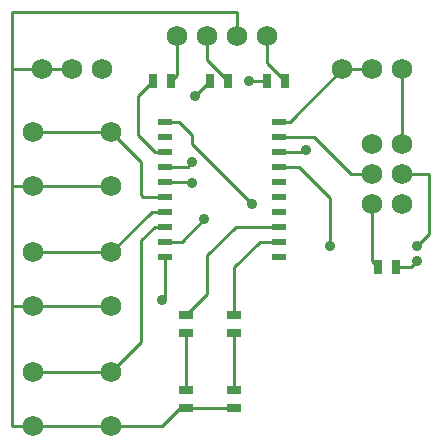
<source format=gtl>
G04 (created by PCBNEW (2013-may-18)-stable) date Fri 29 Jul 2016 08:50:58 PM PDT*
%MOIN*%
G04 Gerber Fmt 3.4, Leading zero omitted, Abs format*
%FSLAX34Y34*%
G01*
G70*
G90*
G04 APERTURE LIST*
%ADD10C,0.00590551*%
%ADD11R,0.05X0.02*%
%ADD12R,0.025X0.045*%
%ADD13C,0.0688976*%
%ADD14R,0.045X0.025*%
%ADD15C,0.035*%
%ADD16C,0.01*%
G04 APERTURE END LIST*
G54D10*
G54D11*
X41900Y-27250D03*
X41900Y-26750D03*
X41900Y-26250D03*
X41900Y-25750D03*
X41900Y-25250D03*
X41900Y-24750D03*
X41900Y-24250D03*
X41900Y-23750D03*
X41900Y-23250D03*
X41900Y-22750D03*
X38100Y-22750D03*
X38100Y-23250D03*
X38100Y-23750D03*
X38100Y-24250D03*
X38100Y-24750D03*
X38100Y-25250D03*
X38100Y-25750D03*
X38100Y-26250D03*
X38100Y-26750D03*
X38100Y-27250D03*
G54D12*
X37700Y-21400D03*
X38300Y-21400D03*
X39600Y-21400D03*
X40200Y-21400D03*
X41500Y-21400D03*
X42100Y-21400D03*
X45800Y-27600D03*
X45200Y-27600D03*
G54D13*
X45000Y-24500D03*
X46000Y-24500D03*
X46000Y-23500D03*
X45000Y-23500D03*
X45000Y-25500D03*
X46000Y-25500D03*
X33700Y-31100D03*
X36300Y-31100D03*
X36300Y-32900D03*
X33700Y-32900D03*
X33700Y-27100D03*
X36300Y-27100D03*
X36300Y-28900D03*
X33700Y-28900D03*
X33700Y-23100D03*
X36300Y-23100D03*
X36300Y-24900D03*
X33700Y-24900D03*
X45000Y-21000D03*
X46000Y-21000D03*
X44000Y-21000D03*
X35000Y-21000D03*
X36000Y-21000D03*
X34000Y-21000D03*
X41500Y-19900D03*
X40500Y-19900D03*
X39500Y-19900D03*
X38500Y-19900D03*
G54D14*
X40400Y-31700D03*
X40400Y-32300D03*
X38800Y-31700D03*
X38800Y-32300D03*
X40400Y-29800D03*
X40400Y-29200D03*
X38800Y-29800D03*
X38800Y-29200D03*
G54D15*
X46500Y-26900D03*
X43600Y-26900D03*
X41000Y-25500D03*
X38000Y-28700D03*
X39000Y-24100D03*
X39100Y-21900D03*
X39400Y-26000D03*
X39000Y-24800D03*
X40900Y-21400D03*
X42800Y-23700D03*
X46496Y-27401D03*
G54D16*
X41900Y-24250D02*
X42550Y-24250D01*
X46900Y-24500D02*
X46000Y-24500D01*
X46900Y-26500D02*
X46900Y-24500D01*
X46500Y-26900D02*
X46900Y-26500D01*
X43600Y-25300D02*
X43600Y-26900D01*
X42550Y-24250D02*
X43600Y-25300D01*
X38100Y-23750D02*
X37750Y-23750D01*
X37200Y-21900D02*
X37700Y-21400D01*
X37200Y-23200D02*
X37200Y-21900D01*
X37750Y-23750D02*
X37200Y-23200D01*
X45000Y-25500D02*
X45000Y-27400D01*
X45000Y-27400D02*
X45200Y-27600D01*
X38550Y-22750D02*
X38100Y-22750D01*
X39000Y-23200D02*
X38550Y-22750D01*
X39000Y-23500D02*
X39000Y-23200D01*
X41000Y-25500D02*
X39000Y-23500D01*
X38100Y-28600D02*
X38100Y-27250D01*
X38000Y-28700D02*
X38100Y-28600D01*
X40500Y-19900D02*
X40500Y-19100D01*
X33000Y-19100D02*
X33000Y-21000D01*
X40500Y-19100D02*
X33000Y-19100D01*
X33000Y-21000D02*
X33100Y-21000D01*
X33000Y-28900D02*
X33000Y-32900D01*
X33000Y-32900D02*
X33700Y-32900D01*
X33000Y-24900D02*
X33000Y-28900D01*
X33000Y-28900D02*
X33700Y-28900D01*
X34000Y-21000D02*
X33100Y-21000D01*
X33100Y-21000D02*
X33000Y-21000D01*
X33000Y-24900D02*
X33700Y-24900D01*
X33000Y-21000D02*
X33000Y-24900D01*
X35000Y-21000D02*
X34000Y-21000D01*
X36300Y-24900D02*
X33700Y-24900D01*
X40400Y-32300D02*
X38600Y-32300D01*
X38000Y-32900D02*
X36300Y-32900D01*
X38600Y-32300D02*
X38000Y-32900D01*
X36300Y-32900D02*
X33700Y-32900D01*
X36300Y-28900D02*
X33700Y-28900D01*
X41500Y-19900D02*
X41500Y-20800D01*
X41500Y-20800D02*
X42100Y-21400D01*
X39600Y-21400D02*
X39100Y-21900D01*
X38850Y-24250D02*
X38100Y-24250D01*
X39000Y-24100D02*
X38850Y-24250D01*
X39500Y-19900D02*
X39500Y-20700D01*
X39500Y-20700D02*
X40200Y-21400D01*
X38500Y-19900D02*
X38500Y-21200D01*
X38500Y-21200D02*
X38300Y-21400D01*
X41900Y-26750D02*
X41250Y-26750D01*
X40400Y-27600D02*
X40400Y-29200D01*
X41250Y-26750D02*
X40400Y-27600D01*
X38800Y-29800D02*
X38800Y-31700D01*
X40400Y-29800D02*
X40400Y-31700D01*
X41900Y-26250D02*
X40450Y-26250D01*
X39500Y-28500D02*
X38800Y-29200D01*
X39500Y-27200D02*
X39500Y-28500D01*
X40450Y-26250D02*
X39500Y-27200D01*
X36300Y-23100D02*
X33700Y-23100D01*
X38100Y-25250D02*
X37350Y-25250D01*
X37300Y-24100D02*
X36300Y-23100D01*
X37300Y-25200D02*
X37300Y-24100D01*
X37350Y-25250D02*
X37300Y-25200D01*
X41900Y-22750D02*
X42250Y-22750D01*
X42250Y-22750D02*
X44000Y-21000D01*
X44000Y-21000D02*
X45000Y-21000D01*
X38650Y-26750D02*
X38100Y-26750D01*
X39400Y-26000D02*
X38650Y-26750D01*
X36300Y-31100D02*
X33700Y-31100D01*
X38100Y-26250D02*
X37750Y-26250D01*
X37300Y-30100D02*
X36300Y-31100D01*
X37300Y-26700D02*
X37300Y-30100D01*
X37750Y-26250D02*
X37300Y-26700D01*
X36300Y-27100D02*
X33700Y-27100D01*
X38100Y-25750D02*
X37650Y-25750D01*
X37650Y-25750D02*
X36300Y-27100D01*
X41500Y-21400D02*
X40900Y-21400D01*
X38950Y-24750D02*
X38100Y-24750D01*
X39000Y-24800D02*
X38950Y-24750D01*
X41900Y-23750D02*
X42750Y-23750D01*
X42750Y-23750D02*
X42800Y-23700D01*
X45000Y-24500D02*
X44300Y-24500D01*
X43050Y-23250D02*
X41900Y-23250D01*
X44300Y-24500D02*
X43050Y-23250D01*
X45800Y-27600D02*
X46297Y-27600D01*
X46297Y-27600D02*
X46496Y-27401D01*
X46000Y-21000D02*
X46000Y-23500D01*
M02*

</source>
